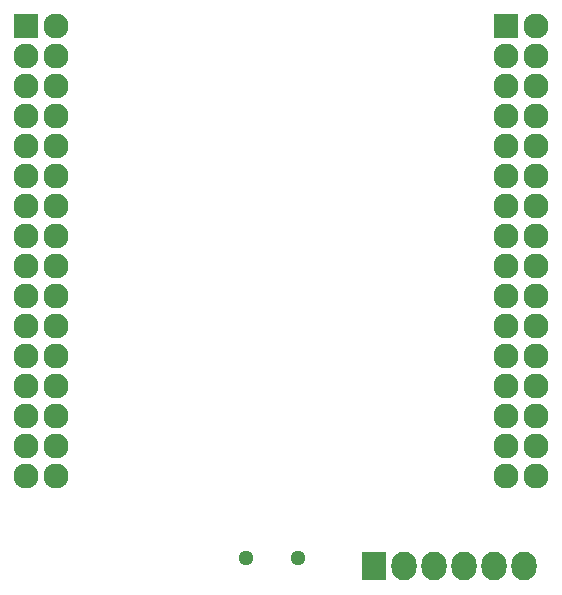
<source format=gbr>
G04 #@! TF.FileFunction,Soldermask,Bot*
%FSLAX46Y46*%
G04 Gerber Fmt 4.6, Leading zero omitted, Abs format (unit mm)*
G04 Created by KiCad (PCBNEW 4.0.0-1rc2.201511201506+6189~38~ubuntu14.04.1-stable) date Tue 24 Nov 2015 01:48:09 PM EST*
%MOMM*%
G01*
G04 APERTURE LIST*
%ADD10C,0.100000*%
%ADD11C,1.299160*%
%ADD12R,2.127200X2.432000*%
%ADD13O,2.127200X2.432000*%
%ADD14R,2.127200X2.127200*%
%ADD15O,2.127200X2.127200*%
G04 APERTURE END LIST*
D10*
D11*
X73238360Y-133896100D03*
X77637640Y-133896100D03*
D12*
X84074000Y-134620000D03*
D13*
X86614000Y-134620000D03*
X89154000Y-134620000D03*
X91694000Y-134620000D03*
X94234000Y-134620000D03*
X96774000Y-134620000D03*
D14*
X54610000Y-88900000D03*
D15*
X57150000Y-88900000D03*
X54610000Y-91440000D03*
X57150000Y-91440000D03*
X54610000Y-93980000D03*
X57150000Y-93980000D03*
X54610000Y-96520000D03*
X57150000Y-96520000D03*
X54610000Y-99060000D03*
X57150000Y-99060000D03*
X54610000Y-101600000D03*
X57150000Y-101600000D03*
X54610000Y-104140000D03*
X57150000Y-104140000D03*
X54610000Y-106680000D03*
X57150000Y-106680000D03*
X54610000Y-109220000D03*
X57150000Y-109220000D03*
X54610000Y-111760000D03*
X57150000Y-111760000D03*
X54610000Y-114300000D03*
X57150000Y-114300000D03*
X54610000Y-116840000D03*
X57150000Y-116840000D03*
X54610000Y-119380000D03*
X57150000Y-119380000D03*
X54610000Y-121920000D03*
X57150000Y-121920000D03*
X54610000Y-124460000D03*
X57150000Y-124460000D03*
X54610000Y-127000000D03*
X57150000Y-127000000D03*
D14*
X95250000Y-88900000D03*
D15*
X97790000Y-88900000D03*
X95250000Y-91440000D03*
X97790000Y-91440000D03*
X95250000Y-93980000D03*
X97790000Y-93980000D03*
X95250000Y-96520000D03*
X97790000Y-96520000D03*
X95250000Y-99060000D03*
X97790000Y-99060000D03*
X95250000Y-101600000D03*
X97790000Y-101600000D03*
X95250000Y-104140000D03*
X97790000Y-104140000D03*
X95250000Y-106680000D03*
X97790000Y-106680000D03*
X95250000Y-109220000D03*
X97790000Y-109220000D03*
X95250000Y-111760000D03*
X97790000Y-111760000D03*
X95250000Y-114300000D03*
X97790000Y-114300000D03*
X95250000Y-116840000D03*
X97790000Y-116840000D03*
X95250000Y-119380000D03*
X97790000Y-119380000D03*
X95250000Y-121920000D03*
X97790000Y-121920000D03*
X95250000Y-124460000D03*
X97790000Y-124460000D03*
X95250000Y-127000000D03*
X97790000Y-127000000D03*
M02*

</source>
